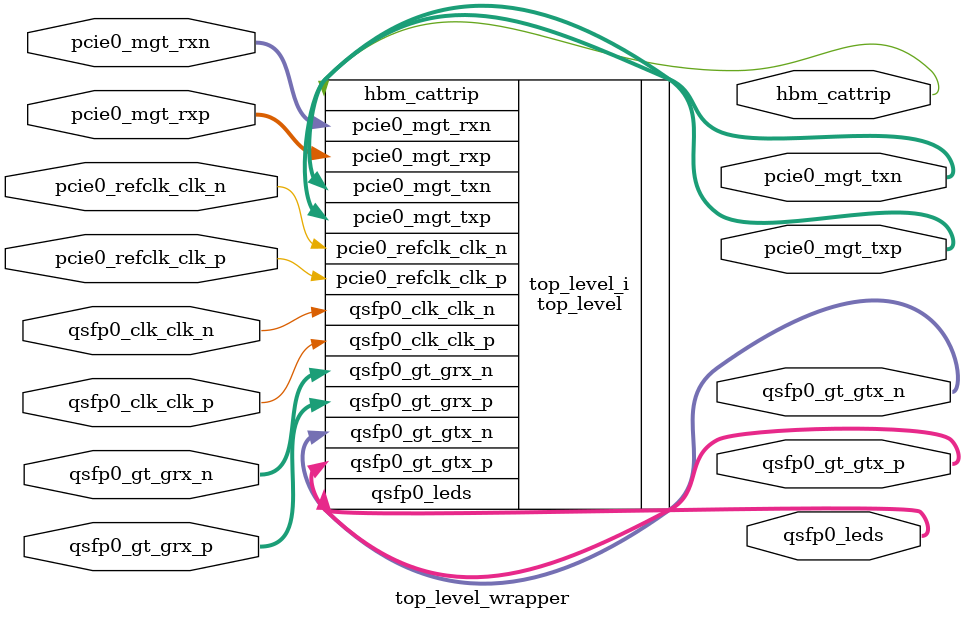
<source format=v>
`timescale 1 ps / 1 ps

module top_level_wrapper
   (hbm_cattrip,
    pcie0_mgt_rxn,
    pcie0_mgt_rxp,
    pcie0_mgt_txn,
    pcie0_mgt_txp,
    pcie0_refclk_clk_n,
    pcie0_refclk_clk_p,
    qsfp0_clk_clk_n,
    qsfp0_clk_clk_p,
    qsfp0_gt_grx_n,
    qsfp0_gt_grx_p,
    qsfp0_gt_gtx_n,
    qsfp0_gt_gtx_p,
    qsfp0_leds);
  output [0:0]hbm_cattrip;
  input [7:0]pcie0_mgt_rxn;
  input [7:0]pcie0_mgt_rxp;
  output [7:0]pcie0_mgt_txn;
  output [7:0]pcie0_mgt_txp;
  input [0:0]pcie0_refclk_clk_n;
  input [0:0]pcie0_refclk_clk_p;
  input qsfp0_clk_clk_n;
  input qsfp0_clk_clk_p;
  input [3:0]qsfp0_gt_grx_n;
  input [3:0]qsfp0_gt_grx_p;
  output [3:0]qsfp0_gt_gtx_n;
  output [3:0]qsfp0_gt_gtx_p;
  output [2:0]qsfp0_leds;

  wire [0:0]hbm_cattrip;
  wire [7:0]pcie0_mgt_rxn;
  wire [7:0]pcie0_mgt_rxp;
  wire [7:0]pcie0_mgt_txn;
  wire [7:0]pcie0_mgt_txp;
  wire [0:0]pcie0_refclk_clk_n;
  wire [0:0]pcie0_refclk_clk_p;
  wire qsfp0_clk_clk_n;
  wire qsfp0_clk_clk_p;
  wire [3:0]qsfp0_gt_grx_n;
  wire [3:0]qsfp0_gt_grx_p;
  wire [3:0]qsfp0_gt_gtx_n;
  wire [3:0]qsfp0_gt_gtx_p;
  wire [2:0]qsfp0_leds;

  top_level top_level_i
       (.hbm_cattrip(hbm_cattrip),
        .pcie0_mgt_rxn(pcie0_mgt_rxn),
        .pcie0_mgt_rxp(pcie0_mgt_rxp),
        .pcie0_mgt_txn(pcie0_mgt_txn),
        .pcie0_mgt_txp(pcie0_mgt_txp),
        .pcie0_refclk_clk_n(pcie0_refclk_clk_n),
        .pcie0_refclk_clk_p(pcie0_refclk_clk_p),
        .qsfp0_clk_clk_n(qsfp0_clk_clk_n),
        .qsfp0_clk_clk_p(qsfp0_clk_clk_p),
        .qsfp0_gt_grx_n(qsfp0_gt_grx_n),
        .qsfp0_gt_grx_p(qsfp0_gt_grx_p),
        .qsfp0_gt_gtx_n(qsfp0_gt_gtx_n),
        .qsfp0_gt_gtx_p(qsfp0_gt_gtx_p),
        .qsfp0_leds(qsfp0_leds));
endmodule

</source>
